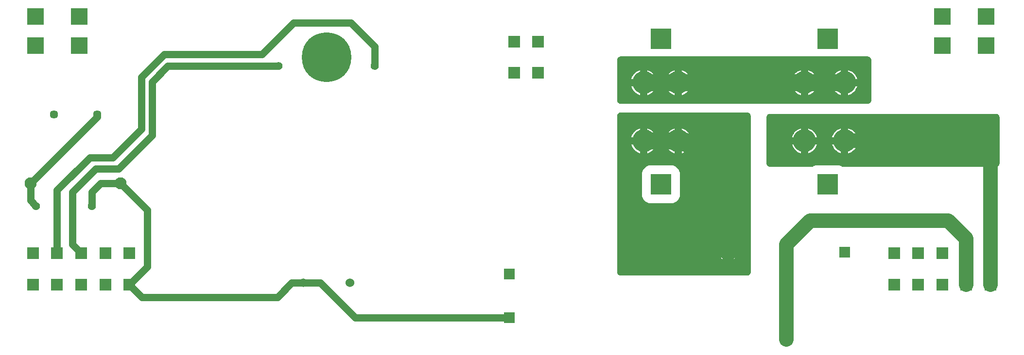
<source format=gbl>
G04 EAGLE Gerber RS-274X export*
G75*
%MOMM*%
%FSLAX34Y34*%
%LPD*%
%INBottom Copper*%
%IPPOS*%
%AMOC8*
5,1,8,0,0,1.08239X$1,22.5*%
G01*
%ADD10C,1.524000*%
%ADD11C,1.397000*%
%ADD12C,8.636000*%
%ADD13R,2.100000X2.100000*%
%ADD14C,1.450000*%
%ADD15C,2.100000*%
%ADD16C,1.430000*%
%ADD17R,1.905000X1.905000*%
%ADD18R,2.857500X2.857500*%
%ADD19C,4.000000*%
%ADD20R,3.556000X3.556000*%
%ADD21C,1.270000*%
%ADD22C,3.000000*%
%ADD23C,2.540000*%

G36*
X1270003Y143651D02*
X1270003Y143651D01*
X1270006Y143651D01*
X1270353Y143671D01*
X1270711Y143691D01*
X1270714Y143691D01*
X1270717Y143691D01*
X1271057Y143750D01*
X1271414Y143810D01*
X1271416Y143811D01*
X1271419Y143811D01*
X1271764Y143911D01*
X1272098Y144007D01*
X1272101Y144009D01*
X1272104Y144009D01*
X1272428Y144144D01*
X1272756Y144280D01*
X1272759Y144282D01*
X1272761Y144283D01*
X1273073Y144455D01*
X1273380Y144625D01*
X1273382Y144627D01*
X1273385Y144628D01*
X1273682Y144839D01*
X1273961Y145038D01*
X1273963Y145039D01*
X1273965Y145041D01*
X1274233Y145281D01*
X1274492Y145512D01*
X1274494Y145515D01*
X1274496Y145516D01*
X1274734Y145784D01*
X1274966Y146044D01*
X1274968Y146046D01*
X1274970Y146048D01*
X1275168Y146329D01*
X1275378Y146625D01*
X1275380Y146628D01*
X1275381Y146630D01*
X1275544Y146926D01*
X1275722Y147249D01*
X1275723Y147252D01*
X1275725Y147254D01*
X1275856Y147572D01*
X1275994Y147907D01*
X1275995Y147910D01*
X1275996Y147913D01*
X1276091Y148242D01*
X1276191Y148592D01*
X1276192Y148595D01*
X1276192Y148598D01*
X1276252Y148951D01*
X1276310Y149294D01*
X1276310Y149297D01*
X1276311Y149300D01*
X1276349Y150000D01*
X1276349Y422300D01*
X1276349Y422303D01*
X1276349Y422306D01*
X1276329Y422653D01*
X1276309Y423011D01*
X1276309Y423014D01*
X1276309Y423017D01*
X1276250Y423357D01*
X1276190Y423714D01*
X1276189Y423716D01*
X1276189Y423719D01*
X1276089Y424064D01*
X1275993Y424398D01*
X1275991Y424401D01*
X1275991Y424404D01*
X1275856Y424728D01*
X1275720Y425056D01*
X1275718Y425059D01*
X1275717Y425061D01*
X1275545Y425373D01*
X1275375Y425680D01*
X1275373Y425682D01*
X1275372Y425685D01*
X1275161Y425982D01*
X1274963Y426261D01*
X1274961Y426263D01*
X1274959Y426265D01*
X1274719Y426533D01*
X1274488Y426792D01*
X1274485Y426794D01*
X1274484Y426796D01*
X1274216Y427034D01*
X1273956Y427266D01*
X1273954Y427268D01*
X1273952Y427270D01*
X1273671Y427468D01*
X1273375Y427678D01*
X1273372Y427680D01*
X1273370Y427681D01*
X1273074Y427844D01*
X1272751Y428022D01*
X1272748Y428023D01*
X1272746Y428025D01*
X1272428Y428156D01*
X1272093Y428294D01*
X1272090Y428295D01*
X1272087Y428296D01*
X1271758Y428391D01*
X1271408Y428491D01*
X1271405Y428492D01*
X1271403Y428492D01*
X1271049Y428552D01*
X1270706Y428610D01*
X1270703Y428610D01*
X1270700Y428611D01*
X1270000Y428649D01*
X1050000Y428649D01*
X1049997Y428649D01*
X1049994Y428649D01*
X1049647Y428629D01*
X1049289Y428609D01*
X1049286Y428609D01*
X1049283Y428609D01*
X1048943Y428550D01*
X1048586Y428490D01*
X1048584Y428489D01*
X1048581Y428489D01*
X1048236Y428389D01*
X1047902Y428293D01*
X1047899Y428291D01*
X1047896Y428291D01*
X1047572Y428156D01*
X1047244Y428020D01*
X1047241Y428018D01*
X1047239Y428017D01*
X1046927Y427845D01*
X1046620Y427675D01*
X1046618Y427673D01*
X1046615Y427672D01*
X1046318Y427461D01*
X1046039Y427263D01*
X1046037Y427261D01*
X1046035Y427259D01*
X1045767Y427019D01*
X1045508Y426788D01*
X1045507Y426785D01*
X1045504Y426784D01*
X1045266Y426516D01*
X1045034Y426256D01*
X1045032Y426254D01*
X1045030Y426252D01*
X1044832Y425971D01*
X1044622Y425675D01*
X1044621Y425672D01*
X1044619Y425670D01*
X1044456Y425374D01*
X1044278Y425051D01*
X1044277Y425048D01*
X1044275Y425046D01*
X1044144Y424728D01*
X1044006Y424393D01*
X1044005Y424390D01*
X1044004Y424387D01*
X1043910Y424058D01*
X1043809Y423708D01*
X1043808Y423705D01*
X1043808Y423703D01*
X1043748Y423349D01*
X1043690Y423006D01*
X1043690Y423003D01*
X1043689Y423000D01*
X1043651Y422300D01*
X1043651Y150000D01*
X1043651Y149997D01*
X1043651Y149994D01*
X1043671Y149647D01*
X1043691Y149289D01*
X1043691Y149286D01*
X1043691Y149283D01*
X1043750Y148943D01*
X1043810Y148586D01*
X1043811Y148584D01*
X1043811Y148581D01*
X1043911Y148236D01*
X1044007Y147902D01*
X1044009Y147899D01*
X1044009Y147896D01*
X1044144Y147572D01*
X1044280Y147244D01*
X1044282Y147241D01*
X1044283Y147239D01*
X1044455Y146927D01*
X1044625Y146620D01*
X1044627Y146618D01*
X1044628Y146615D01*
X1044839Y146318D01*
X1045038Y146039D01*
X1045039Y146037D01*
X1045041Y146035D01*
X1045281Y145767D01*
X1045512Y145508D01*
X1045515Y145507D01*
X1045516Y145504D01*
X1045784Y145266D01*
X1046044Y145034D01*
X1046046Y145032D01*
X1046048Y145030D01*
X1046329Y144832D01*
X1046625Y144622D01*
X1046628Y144621D01*
X1046630Y144619D01*
X1046926Y144456D01*
X1047249Y144278D01*
X1047252Y144277D01*
X1047254Y144275D01*
X1047572Y144144D01*
X1047907Y144006D01*
X1047910Y144005D01*
X1047913Y144004D01*
X1048242Y143910D01*
X1048592Y143809D01*
X1048595Y143808D01*
X1048598Y143808D01*
X1048951Y143748D01*
X1049294Y143690D01*
X1049297Y143690D01*
X1049300Y143689D01*
X1050000Y143651D01*
X1270000Y143651D01*
X1270003Y143651D01*
G37*
G36*
X1383014Y333661D02*
X1383014Y333661D01*
X1383197Y333661D01*
X1383369Y333681D01*
X1383542Y333691D01*
X1383723Y333721D01*
X1383905Y333742D01*
X1384074Y333781D01*
X1384245Y333810D01*
X1384421Y333861D01*
X1384599Y333902D01*
X1384765Y333960D01*
X1384929Y334007D01*
X1385091Y334074D01*
X1385261Y334134D01*
X1389236Y335781D01*
X1430764Y335781D01*
X1434739Y334134D01*
X1434912Y334074D01*
X1435082Y334004D01*
X1435248Y333956D01*
X1435412Y333899D01*
X1435591Y333858D01*
X1435766Y333808D01*
X1435937Y333779D01*
X1436106Y333740D01*
X1436288Y333720D01*
X1436469Y333689D01*
X1436645Y333680D01*
X1436814Y333661D01*
X1436989Y333661D01*
X1437169Y333651D01*
X1703490Y333651D01*
X1703493Y333651D01*
X1703496Y333651D01*
X1703843Y333671D01*
X1704201Y333691D01*
X1704204Y333691D01*
X1704207Y333691D01*
X1704547Y333750D01*
X1704904Y333810D01*
X1704906Y333811D01*
X1704909Y333811D01*
X1705254Y333911D01*
X1705588Y334007D01*
X1705591Y334009D01*
X1705594Y334009D01*
X1705918Y334144D01*
X1706246Y334280D01*
X1706249Y334282D01*
X1706251Y334283D01*
X1706563Y334455D01*
X1706870Y334625D01*
X1706872Y334627D01*
X1706875Y334628D01*
X1707172Y334839D01*
X1707451Y335038D01*
X1707453Y335039D01*
X1707455Y335041D01*
X1707723Y335281D01*
X1707982Y335512D01*
X1707984Y335515D01*
X1707986Y335516D01*
X1708214Y335773D01*
X1708456Y336044D01*
X1708458Y336046D01*
X1708460Y336048D01*
X1708652Y336321D01*
X1708868Y336625D01*
X1708870Y336628D01*
X1708871Y336630D01*
X1709034Y336926D01*
X1709212Y337249D01*
X1709213Y337252D01*
X1709215Y337254D01*
X1709343Y337565D01*
X1709484Y337907D01*
X1709485Y337910D01*
X1709486Y337913D01*
X1709579Y338237D01*
X1709681Y338592D01*
X1709682Y338595D01*
X1709682Y338598D01*
X1709739Y338932D01*
X1709800Y339294D01*
X1709800Y339297D01*
X1709801Y339300D01*
X1709839Y340000D01*
X1709839Y420000D01*
X1709839Y420003D01*
X1709839Y420006D01*
X1709819Y420353D01*
X1709799Y420711D01*
X1709799Y420714D01*
X1709799Y420717D01*
X1709740Y421057D01*
X1709680Y421414D01*
X1709679Y421416D01*
X1709679Y421419D01*
X1709579Y421764D01*
X1709483Y422098D01*
X1709481Y422101D01*
X1709481Y422104D01*
X1709346Y422428D01*
X1709210Y422756D01*
X1709208Y422759D01*
X1709207Y422761D01*
X1709035Y423073D01*
X1708865Y423380D01*
X1708863Y423382D01*
X1708862Y423385D01*
X1708651Y423682D01*
X1708453Y423961D01*
X1708451Y423963D01*
X1708449Y423965D01*
X1708209Y424233D01*
X1707978Y424492D01*
X1707975Y424494D01*
X1707974Y424496D01*
X1707706Y424734D01*
X1707446Y424966D01*
X1707444Y424968D01*
X1707442Y424970D01*
X1707161Y425168D01*
X1706865Y425378D01*
X1706862Y425380D01*
X1706860Y425381D01*
X1706564Y425544D01*
X1706241Y425722D01*
X1706238Y425723D01*
X1706236Y425725D01*
X1705918Y425856D01*
X1705583Y425994D01*
X1705580Y425995D01*
X1705577Y425996D01*
X1705248Y426091D01*
X1704898Y426191D01*
X1704895Y426192D01*
X1704893Y426192D01*
X1704539Y426252D01*
X1704196Y426310D01*
X1704193Y426310D01*
X1704190Y426311D01*
X1703490Y426349D01*
X1310000Y426349D01*
X1309997Y426349D01*
X1309994Y426349D01*
X1309647Y426329D01*
X1309289Y426309D01*
X1309286Y426309D01*
X1309283Y426309D01*
X1308943Y426250D01*
X1308586Y426190D01*
X1308584Y426189D01*
X1308581Y426189D01*
X1308236Y426089D01*
X1307902Y425993D01*
X1307899Y425991D01*
X1307896Y425991D01*
X1307572Y425856D01*
X1307244Y425720D01*
X1307241Y425718D01*
X1307239Y425717D01*
X1306927Y425545D01*
X1306620Y425375D01*
X1306618Y425373D01*
X1306615Y425372D01*
X1306318Y425161D01*
X1306039Y424963D01*
X1306037Y424961D01*
X1306035Y424959D01*
X1305767Y424719D01*
X1305508Y424488D01*
X1305507Y424485D01*
X1305504Y424484D01*
X1305266Y424216D01*
X1305034Y423956D01*
X1305032Y423954D01*
X1305030Y423952D01*
X1304832Y423671D01*
X1304622Y423375D01*
X1304621Y423372D01*
X1304619Y423370D01*
X1304456Y423074D01*
X1304278Y422751D01*
X1304277Y422748D01*
X1304275Y422746D01*
X1304144Y422428D01*
X1304006Y422093D01*
X1304005Y422090D01*
X1304004Y422087D01*
X1303910Y421758D01*
X1303809Y421408D01*
X1303808Y421405D01*
X1303808Y421403D01*
X1303748Y421049D01*
X1303690Y420706D01*
X1303690Y420703D01*
X1303689Y420700D01*
X1303651Y420000D01*
X1303651Y340000D01*
X1303651Y339997D01*
X1303651Y339994D01*
X1303671Y339640D01*
X1303691Y339289D01*
X1303691Y339286D01*
X1303691Y339283D01*
X1303751Y338932D01*
X1303810Y338586D01*
X1303811Y338584D01*
X1303811Y338581D01*
X1303911Y338236D01*
X1304007Y337902D01*
X1304009Y337899D01*
X1304009Y337896D01*
X1304147Y337565D01*
X1304280Y337244D01*
X1304282Y337241D01*
X1304283Y337239D01*
X1304455Y336927D01*
X1304625Y336620D01*
X1304627Y336618D01*
X1304628Y336615D01*
X1304839Y336318D01*
X1305038Y336039D01*
X1305039Y336037D01*
X1305041Y336035D01*
X1305284Y335764D01*
X1305512Y335508D01*
X1305515Y335507D01*
X1305516Y335504D01*
X1305790Y335261D01*
X1306044Y335034D01*
X1306046Y335032D01*
X1306048Y335030D01*
X1306329Y334832D01*
X1306625Y334622D01*
X1306628Y334621D01*
X1306630Y334619D01*
X1306926Y334456D01*
X1307249Y334278D01*
X1307252Y334277D01*
X1307254Y334275D01*
X1307572Y334144D01*
X1307907Y334006D01*
X1307910Y334005D01*
X1307913Y334004D01*
X1308242Y333910D01*
X1308592Y333809D01*
X1308595Y333808D01*
X1308598Y333808D01*
X1308951Y333748D01*
X1309294Y333690D01*
X1309297Y333690D01*
X1309300Y333689D01*
X1310000Y333651D01*
X1382831Y333651D01*
X1383014Y333661D01*
G37*
G36*
X1480003Y443651D02*
X1480003Y443651D01*
X1480006Y443651D01*
X1480353Y443671D01*
X1480711Y443691D01*
X1480714Y443691D01*
X1480717Y443691D01*
X1481057Y443750D01*
X1481414Y443810D01*
X1481416Y443811D01*
X1481419Y443811D01*
X1481764Y443911D01*
X1482098Y444007D01*
X1482101Y444009D01*
X1482104Y444009D01*
X1482428Y444144D01*
X1482756Y444280D01*
X1482759Y444282D01*
X1482761Y444283D01*
X1483073Y444455D01*
X1483380Y444625D01*
X1483382Y444627D01*
X1483385Y444628D01*
X1483682Y444839D01*
X1483961Y445038D01*
X1483963Y445039D01*
X1483965Y445041D01*
X1484233Y445281D01*
X1484492Y445512D01*
X1484494Y445515D01*
X1484496Y445516D01*
X1484734Y445784D01*
X1484966Y446044D01*
X1484968Y446046D01*
X1484970Y446048D01*
X1485168Y446329D01*
X1485378Y446625D01*
X1485380Y446628D01*
X1485381Y446630D01*
X1485544Y446926D01*
X1485722Y447249D01*
X1485723Y447252D01*
X1485725Y447254D01*
X1485856Y447572D01*
X1485994Y447907D01*
X1485995Y447910D01*
X1485996Y447913D01*
X1486091Y448242D01*
X1486191Y448592D01*
X1486192Y448595D01*
X1486192Y448598D01*
X1486252Y448951D01*
X1486310Y449294D01*
X1486310Y449297D01*
X1486311Y449300D01*
X1486349Y450000D01*
X1486349Y520000D01*
X1486349Y520003D01*
X1486349Y520006D01*
X1486329Y520353D01*
X1486309Y520711D01*
X1486309Y520714D01*
X1486309Y520717D01*
X1486250Y521057D01*
X1486190Y521414D01*
X1486189Y521416D01*
X1486189Y521419D01*
X1486089Y521764D01*
X1485993Y522098D01*
X1485991Y522101D01*
X1485991Y522104D01*
X1485856Y522428D01*
X1485720Y522756D01*
X1485718Y522759D01*
X1485717Y522761D01*
X1485545Y523073D01*
X1485375Y523380D01*
X1485373Y523382D01*
X1485372Y523385D01*
X1485161Y523682D01*
X1484963Y523961D01*
X1484961Y523963D01*
X1484959Y523965D01*
X1484719Y524233D01*
X1484488Y524492D01*
X1484485Y524494D01*
X1484484Y524496D01*
X1484216Y524734D01*
X1483956Y524966D01*
X1483954Y524968D01*
X1483952Y524970D01*
X1483671Y525168D01*
X1483375Y525378D01*
X1483372Y525380D01*
X1483370Y525381D01*
X1483074Y525544D01*
X1482751Y525722D01*
X1482748Y525723D01*
X1482746Y525725D01*
X1482428Y525856D01*
X1482093Y525994D01*
X1482090Y525995D01*
X1482087Y525996D01*
X1481758Y526091D01*
X1481408Y526191D01*
X1481405Y526192D01*
X1481403Y526192D01*
X1481049Y526252D01*
X1480706Y526310D01*
X1480703Y526310D01*
X1480700Y526311D01*
X1480000Y526349D01*
X1050000Y526349D01*
X1049997Y526349D01*
X1049994Y526349D01*
X1049647Y526329D01*
X1049289Y526309D01*
X1049286Y526309D01*
X1049283Y526309D01*
X1048943Y526250D01*
X1048586Y526190D01*
X1048584Y526189D01*
X1048581Y526189D01*
X1048236Y526089D01*
X1047902Y525993D01*
X1047899Y525991D01*
X1047896Y525991D01*
X1047572Y525856D01*
X1047244Y525720D01*
X1047241Y525718D01*
X1047239Y525717D01*
X1046927Y525545D01*
X1046620Y525375D01*
X1046618Y525373D01*
X1046615Y525372D01*
X1046318Y525161D01*
X1046039Y524963D01*
X1046037Y524961D01*
X1046035Y524959D01*
X1045767Y524719D01*
X1045508Y524488D01*
X1045507Y524485D01*
X1045504Y524484D01*
X1045266Y524216D01*
X1045034Y523956D01*
X1045032Y523954D01*
X1045030Y523952D01*
X1044832Y523671D01*
X1044622Y523375D01*
X1044621Y523372D01*
X1044619Y523370D01*
X1044456Y523074D01*
X1044278Y522751D01*
X1044277Y522748D01*
X1044275Y522746D01*
X1044144Y522428D01*
X1044006Y522093D01*
X1044005Y522090D01*
X1044004Y522087D01*
X1043910Y521758D01*
X1043809Y521408D01*
X1043808Y521405D01*
X1043808Y521403D01*
X1043748Y521049D01*
X1043690Y520706D01*
X1043690Y520703D01*
X1043689Y520700D01*
X1043651Y520000D01*
X1043651Y450000D01*
X1043651Y449997D01*
X1043651Y449994D01*
X1043672Y449621D01*
X1043691Y449289D01*
X1043691Y449286D01*
X1043691Y449283D01*
X1043750Y448943D01*
X1043810Y448586D01*
X1043811Y448584D01*
X1043811Y448581D01*
X1043911Y448236D01*
X1044007Y447902D01*
X1044009Y447899D01*
X1044009Y447896D01*
X1044144Y447572D01*
X1044280Y447244D01*
X1044282Y447241D01*
X1044283Y447239D01*
X1044455Y446927D01*
X1044625Y446620D01*
X1044627Y446618D01*
X1044628Y446615D01*
X1044839Y446318D01*
X1045038Y446039D01*
X1045039Y446037D01*
X1045041Y446035D01*
X1045281Y445767D01*
X1045512Y445508D01*
X1045515Y445507D01*
X1045516Y445504D01*
X1045784Y445266D01*
X1046044Y445034D01*
X1046046Y445032D01*
X1046048Y445030D01*
X1046329Y444832D01*
X1046625Y444622D01*
X1046628Y444621D01*
X1046630Y444619D01*
X1046926Y444456D01*
X1047249Y444278D01*
X1047252Y444277D01*
X1047254Y444275D01*
X1047572Y444144D01*
X1047907Y444006D01*
X1047910Y444005D01*
X1047913Y444004D01*
X1048242Y443910D01*
X1048592Y443809D01*
X1048595Y443808D01*
X1048598Y443808D01*
X1048951Y443748D01*
X1049294Y443690D01*
X1049297Y443690D01*
X1049300Y443689D01*
X1050000Y443651D01*
X1480000Y443651D01*
X1480003Y443651D01*
G37*
%LPC*%
G36*
X1099236Y270219D02*
X1099236Y270219D01*
X1093723Y272503D01*
X1089503Y276723D01*
X1087219Y282236D01*
X1087219Y323764D01*
X1089503Y329277D01*
X1093723Y333497D01*
X1099236Y335781D01*
X1140764Y335781D01*
X1146277Y333497D01*
X1150497Y329277D01*
X1152781Y323764D01*
X1152781Y282236D01*
X1150497Y276723D01*
X1146277Y272503D01*
X1140764Y270219D01*
X1099236Y270219D01*
G37*
%LPD*%
%LPC*%
G36*
X1446349Y385549D02*
X1446349Y385549D01*
X1446349Y400859D01*
X1448639Y400058D01*
X1450921Y398959D01*
X1453064Y397612D01*
X1455044Y396034D01*
X1456834Y394244D01*
X1458412Y392264D01*
X1459759Y390121D01*
X1460858Y387839D01*
X1461659Y385549D01*
X1446349Y385549D01*
G37*
%LPD*%
%LPC*%
G36*
X1446349Y487149D02*
X1446349Y487149D01*
X1446349Y502459D01*
X1448639Y501658D01*
X1450921Y500559D01*
X1453064Y499212D01*
X1455044Y497634D01*
X1456834Y495844D01*
X1458412Y493864D01*
X1459759Y491721D01*
X1460858Y489439D01*
X1461659Y487149D01*
X1446349Y487149D01*
G37*
%LPD*%
%LPC*%
G36*
X1376349Y385549D02*
X1376349Y385549D01*
X1376349Y400859D01*
X1378639Y400058D01*
X1380921Y398959D01*
X1383064Y397612D01*
X1385044Y396034D01*
X1386834Y394244D01*
X1388412Y392264D01*
X1389759Y390121D01*
X1390858Y387839D01*
X1391659Y385549D01*
X1376349Y385549D01*
G37*
%LPD*%
%LPC*%
G36*
X1156349Y385549D02*
X1156349Y385549D01*
X1156349Y400859D01*
X1158639Y400058D01*
X1160921Y398959D01*
X1163064Y397612D01*
X1165044Y396034D01*
X1166834Y394244D01*
X1168412Y392264D01*
X1169759Y390121D01*
X1170858Y387839D01*
X1171659Y385549D01*
X1156349Y385549D01*
G37*
%LPD*%
%LPC*%
G36*
X1376349Y487149D02*
X1376349Y487149D01*
X1376349Y502459D01*
X1378639Y501658D01*
X1380921Y500559D01*
X1383064Y499212D01*
X1385044Y497634D01*
X1386834Y495844D01*
X1388412Y493864D01*
X1389759Y491721D01*
X1390858Y489439D01*
X1391659Y487149D01*
X1376349Y487149D01*
G37*
%LPD*%
%LPC*%
G36*
X1096349Y385549D02*
X1096349Y385549D01*
X1096349Y400859D01*
X1098639Y400058D01*
X1100921Y398959D01*
X1103064Y397612D01*
X1105044Y396034D01*
X1106834Y394244D01*
X1108412Y392264D01*
X1109759Y390121D01*
X1110858Y387839D01*
X1111659Y385549D01*
X1096349Y385549D01*
G37*
%LPD*%
%LPC*%
G36*
X1156349Y487149D02*
X1156349Y487149D01*
X1156349Y502459D01*
X1158639Y501658D01*
X1160921Y500559D01*
X1163064Y499212D01*
X1165044Y497634D01*
X1166834Y495844D01*
X1168412Y493864D01*
X1169759Y491721D01*
X1170858Y489439D01*
X1171659Y487149D01*
X1156349Y487149D01*
G37*
%LPD*%
%LPC*%
G36*
X1096349Y487149D02*
X1096349Y487149D01*
X1096349Y502459D01*
X1098639Y501658D01*
X1100921Y500559D01*
X1103064Y499212D01*
X1105044Y497634D01*
X1106834Y495844D01*
X1108412Y493864D01*
X1109759Y491721D01*
X1110858Y489439D01*
X1111659Y487149D01*
X1096349Y487149D01*
G37*
%LPD*%
%LPC*%
G36*
X1128341Y487149D02*
X1128341Y487149D01*
X1129142Y489439D01*
X1130228Y491693D01*
X1130228Y491694D01*
X1130241Y491721D01*
X1131588Y493864D01*
X1133166Y495844D01*
X1134956Y497634D01*
X1136936Y499212D01*
X1139079Y500559D01*
X1140874Y501423D01*
X1140874Y501424D01*
X1141361Y501658D01*
X1143651Y502459D01*
X1143651Y487149D01*
X1128341Y487149D01*
G37*
%LPD*%
%LPC*%
G36*
X1348341Y487149D02*
X1348341Y487149D01*
X1349142Y489439D01*
X1350228Y491693D01*
X1350228Y491694D01*
X1350241Y491721D01*
X1351588Y493864D01*
X1353166Y495844D01*
X1354956Y497634D01*
X1356936Y499212D01*
X1359079Y500559D01*
X1360874Y501423D01*
X1360874Y501424D01*
X1361361Y501658D01*
X1363651Y502459D01*
X1363651Y487149D01*
X1348341Y487149D01*
G37*
%LPD*%
%LPC*%
G36*
X1068341Y487149D02*
X1068341Y487149D01*
X1069142Y489439D01*
X1070228Y491693D01*
X1070228Y491694D01*
X1070241Y491721D01*
X1071588Y493864D01*
X1073166Y495844D01*
X1074956Y497634D01*
X1076936Y499212D01*
X1079079Y500559D01*
X1080874Y501423D01*
X1080874Y501424D01*
X1081361Y501658D01*
X1083651Y502459D01*
X1083651Y487149D01*
X1068341Y487149D01*
G37*
%LPD*%
%LPC*%
G36*
X1418341Y487149D02*
X1418341Y487149D01*
X1419142Y489439D01*
X1420228Y491693D01*
X1420228Y491694D01*
X1420241Y491721D01*
X1421588Y493864D01*
X1423166Y495844D01*
X1424956Y497634D01*
X1426936Y499212D01*
X1429079Y500559D01*
X1430874Y501423D01*
X1430874Y501424D01*
X1431361Y501658D01*
X1433651Y502459D01*
X1433651Y487149D01*
X1418341Y487149D01*
G37*
%LPD*%
%LPC*%
G36*
X1128341Y385549D02*
X1128341Y385549D01*
X1129142Y387839D01*
X1129470Y388520D01*
X1129470Y388521D01*
X1130241Y390121D01*
X1131588Y392264D01*
X1133166Y394244D01*
X1134956Y396034D01*
X1136936Y397612D01*
X1139079Y398959D01*
X1141361Y400058D01*
X1143651Y400859D01*
X1143651Y385549D01*
X1128341Y385549D01*
G37*
%LPD*%
%LPC*%
G36*
X1068341Y385549D02*
X1068341Y385549D01*
X1069142Y387839D01*
X1069470Y388520D01*
X1069470Y388521D01*
X1070241Y390121D01*
X1071588Y392264D01*
X1073166Y394244D01*
X1074956Y396034D01*
X1076936Y397612D01*
X1079079Y398959D01*
X1081361Y400058D01*
X1083651Y400859D01*
X1083651Y385549D01*
X1068341Y385549D01*
G37*
%LPD*%
%LPC*%
G36*
X1156349Y372851D02*
X1156349Y372851D01*
X1171659Y372851D01*
X1170858Y370561D01*
X1169759Y368279D01*
X1168412Y366136D01*
X1166834Y364156D01*
X1165044Y362366D01*
X1163064Y360788D01*
X1160921Y359441D01*
X1159789Y358896D01*
X1158639Y358342D01*
X1156349Y357541D01*
X1156349Y372851D01*
G37*
%LPD*%
%LPC*%
G36*
X1096349Y372851D02*
X1096349Y372851D01*
X1111659Y372851D01*
X1110858Y370561D01*
X1109759Y368279D01*
X1108412Y366136D01*
X1106834Y364156D01*
X1105044Y362366D01*
X1103064Y360788D01*
X1100921Y359441D01*
X1099789Y358896D01*
X1098639Y358342D01*
X1096349Y357541D01*
X1096349Y372851D01*
G37*
%LPD*%
%LPC*%
G36*
X1446349Y474451D02*
X1446349Y474451D01*
X1461659Y474451D01*
X1460858Y472161D01*
X1459759Y469879D01*
X1458412Y467736D01*
X1456834Y465756D01*
X1455044Y463966D01*
X1453064Y462388D01*
X1450921Y461041D01*
X1448639Y459942D01*
X1446349Y459141D01*
X1446349Y474451D01*
G37*
%LPD*%
%LPC*%
G36*
X1376349Y474451D02*
X1376349Y474451D01*
X1391659Y474451D01*
X1390858Y472161D01*
X1389759Y469879D01*
X1388412Y467736D01*
X1386834Y465756D01*
X1385044Y463966D01*
X1383064Y462388D01*
X1380921Y461041D01*
X1378639Y459942D01*
X1376349Y459141D01*
X1376349Y474451D01*
G37*
%LPD*%
%LPC*%
G36*
X1156349Y474451D02*
X1156349Y474451D01*
X1171659Y474451D01*
X1170858Y472161D01*
X1169759Y469879D01*
X1168412Y467736D01*
X1166834Y465756D01*
X1165044Y463966D01*
X1163064Y462388D01*
X1160921Y461041D01*
X1158639Y459942D01*
X1156349Y459141D01*
X1156349Y474451D01*
G37*
%LPD*%
%LPC*%
G36*
X1096349Y474451D02*
X1096349Y474451D01*
X1111659Y474451D01*
X1110858Y472161D01*
X1109759Y469879D01*
X1108412Y467736D01*
X1106834Y465756D01*
X1105044Y463966D01*
X1103064Y462388D01*
X1100921Y461041D01*
X1098639Y459942D01*
X1096349Y459141D01*
X1096349Y474451D01*
G37*
%LPD*%
%LPC*%
G36*
X1418341Y385549D02*
X1418341Y385549D01*
X1419142Y387839D01*
X1420241Y390121D01*
X1421588Y392264D01*
X1423166Y394244D01*
X1424956Y396034D01*
X1426936Y397612D01*
X1427740Y398117D01*
X1427740Y398118D01*
X1429079Y398959D01*
X1431361Y400058D01*
X1433651Y400859D01*
X1433651Y385549D01*
X1418341Y385549D01*
G37*
%LPD*%
%LPC*%
G36*
X1348341Y385549D02*
X1348341Y385549D01*
X1349142Y387839D01*
X1350241Y390121D01*
X1351588Y392264D01*
X1353166Y394244D01*
X1354956Y396034D01*
X1356936Y397612D01*
X1357740Y398117D01*
X1357740Y398118D01*
X1359079Y398959D01*
X1361361Y400058D01*
X1363651Y400859D01*
X1363651Y385549D01*
X1348341Y385549D01*
G37*
%LPD*%
%LPC*%
G36*
X1446349Y372851D02*
X1446349Y372851D01*
X1461659Y372851D01*
X1460858Y370561D01*
X1459759Y368279D01*
X1458412Y366136D01*
X1456834Y364156D01*
X1455044Y362366D01*
X1453064Y360788D01*
X1450921Y359441D01*
X1448798Y358418D01*
X1448797Y358418D01*
X1448639Y358342D01*
X1446349Y357541D01*
X1446349Y372851D01*
G37*
%LPD*%
%LPC*%
G36*
X1376349Y372851D02*
X1376349Y372851D01*
X1391659Y372851D01*
X1390858Y370561D01*
X1389759Y368279D01*
X1388412Y366136D01*
X1386834Y364156D01*
X1385044Y362366D01*
X1383064Y360788D01*
X1380921Y359441D01*
X1378798Y358418D01*
X1378797Y358418D01*
X1378639Y358342D01*
X1376349Y357541D01*
X1376349Y372851D01*
G37*
%LPD*%
%LPC*%
G36*
X1431361Y459942D02*
X1431361Y459942D01*
X1429079Y461041D01*
X1426936Y462388D01*
X1424956Y463966D01*
X1423166Y465756D01*
X1421588Y467736D01*
X1420241Y469879D01*
X1419142Y472161D01*
X1418341Y474451D01*
X1433651Y474451D01*
X1433651Y459141D01*
X1431361Y459942D01*
G37*
%LPD*%
%LPC*%
G36*
X1361361Y459942D02*
X1361361Y459942D01*
X1359079Y461041D01*
X1356936Y462388D01*
X1354956Y463966D01*
X1353166Y465756D01*
X1351588Y467736D01*
X1350241Y469879D01*
X1349142Y472161D01*
X1348341Y474451D01*
X1363651Y474451D01*
X1363651Y459141D01*
X1361361Y459942D01*
G37*
%LPD*%
%LPC*%
G36*
X1141361Y459942D02*
X1141361Y459942D01*
X1139079Y461041D01*
X1136936Y462388D01*
X1134956Y463966D01*
X1133166Y465756D01*
X1131588Y467736D01*
X1130241Y469879D01*
X1129142Y472161D01*
X1128341Y474451D01*
X1143651Y474451D01*
X1143651Y459141D01*
X1141361Y459942D01*
G37*
%LPD*%
%LPC*%
G36*
X1431361Y358342D02*
X1431361Y358342D01*
X1429079Y359441D01*
X1426936Y360788D01*
X1424956Y362366D01*
X1423166Y364156D01*
X1421588Y366136D01*
X1420241Y368279D01*
X1419142Y370561D01*
X1418341Y372851D01*
X1433651Y372851D01*
X1433651Y357541D01*
X1431361Y358342D01*
G37*
%LPD*%
%LPC*%
G36*
X1361361Y358342D02*
X1361361Y358342D01*
X1359079Y359441D01*
X1356936Y360788D01*
X1354956Y362366D01*
X1353166Y364156D01*
X1351588Y366136D01*
X1350241Y368279D01*
X1349142Y370561D01*
X1348341Y372851D01*
X1363651Y372851D01*
X1363651Y357541D01*
X1361361Y358342D01*
G37*
%LPD*%
%LPC*%
G36*
X1141361Y358342D02*
X1141361Y358342D01*
X1139079Y359441D01*
X1136936Y360788D01*
X1134956Y362366D01*
X1133166Y364156D01*
X1131588Y366136D01*
X1130241Y368279D01*
X1129142Y370561D01*
X1128341Y372851D01*
X1143651Y372851D01*
X1143651Y357541D01*
X1141361Y358342D01*
G37*
%LPD*%
%LPC*%
G36*
X1081361Y358342D02*
X1081361Y358342D01*
X1079079Y359441D01*
X1076936Y360788D01*
X1074956Y362366D01*
X1073166Y364156D01*
X1071588Y366136D01*
X1070241Y368279D01*
X1069142Y370561D01*
X1068341Y372851D01*
X1083651Y372851D01*
X1083651Y357541D01*
X1081361Y358342D01*
G37*
%LPD*%
%LPC*%
G36*
X1081361Y459942D02*
X1081361Y459942D01*
X1079079Y461041D01*
X1076936Y462388D01*
X1074956Y463966D01*
X1073166Y465756D01*
X1071588Y467736D01*
X1070241Y469879D01*
X1069142Y472161D01*
X1068341Y474451D01*
X1083651Y474451D01*
X1083651Y459141D01*
X1081361Y459942D01*
G37*
%LPD*%
%LPC*%
G36*
X1243149Y191349D02*
X1243149Y191349D01*
X1243149Y197066D01*
X1246575Y197066D01*
X1247066Y196968D01*
X1247529Y196777D01*
X1247945Y196498D01*
X1248298Y196145D01*
X1248577Y195729D01*
X1248768Y195266D01*
X1248866Y194775D01*
X1248866Y191349D01*
X1243149Y191349D01*
G37*
%LPD*%
%LPC*%
G36*
X1224734Y191349D02*
X1224734Y191349D01*
X1224734Y194775D01*
X1224832Y195266D01*
X1225023Y195729D01*
X1225302Y196145D01*
X1225655Y196498D01*
X1226071Y196777D01*
X1226534Y196968D01*
X1227025Y197066D01*
X1230451Y197066D01*
X1230451Y191349D01*
X1224734Y191349D01*
G37*
%LPD*%
%LPC*%
G36*
X1243149Y172934D02*
X1243149Y172934D01*
X1243149Y178651D01*
X1248866Y178651D01*
X1248866Y175225D01*
X1248768Y174734D01*
X1248577Y174271D01*
X1248298Y173855D01*
X1247945Y173502D01*
X1247529Y173223D01*
X1247066Y173032D01*
X1246575Y172934D01*
X1243149Y172934D01*
G37*
%LPD*%
%LPC*%
G36*
X1227025Y172934D02*
X1227025Y172934D01*
X1226534Y173032D01*
X1226071Y173223D01*
X1225655Y173502D01*
X1225302Y173855D01*
X1225023Y174271D01*
X1224832Y174734D01*
X1224734Y175225D01*
X1224734Y178651D01*
X1230451Y178651D01*
X1230451Y172934D01*
X1227025Y172934D01*
G37*
%LPD*%
D10*
X496860Y130900D03*
X578140Y130900D03*
D11*
X453680Y509360D03*
X621320Y509360D03*
D12*
X537500Y524600D03*
D13*
X194000Y127900D03*
X152000Y127900D03*
X110000Y127900D03*
X68000Y127900D03*
X26000Y127900D03*
X68000Y182900D03*
X26000Y182900D03*
X110000Y182900D03*
X152000Y182900D03*
X194000Y182900D03*
D14*
X137500Y425000D03*
X62500Y425000D03*
D15*
X178500Y305000D03*
X21500Y305000D03*
D16*
X128800Y265000D03*
X31200Y265000D03*
D13*
X906000Y497500D03*
X864000Y497500D03*
X864000Y552500D03*
X906000Y552500D03*
D17*
X1440000Y185000D03*
X1236800Y185000D03*
X1338400Y32600D03*
X855800Y70700D03*
X855800Y146900D03*
D13*
X1694000Y127900D03*
X1652000Y127900D03*
X1610000Y127900D03*
X1568000Y127900D03*
X1526000Y127900D03*
X1568000Y182900D03*
X1526000Y182900D03*
X1610000Y182900D03*
X1652000Y182900D03*
X1694000Y182900D03*
D18*
X30000Y595800D03*
X106200Y595800D03*
X106200Y545000D03*
X30000Y545000D03*
X1610000Y595800D03*
X1686200Y595800D03*
X1686200Y545000D03*
X1610000Y545000D03*
D19*
X1440000Y379200D03*
X1440000Y480800D03*
X1090000Y480800D03*
X1090000Y379200D03*
D20*
X1120000Y557000D03*
X1120000Y303000D03*
X1410000Y303000D03*
X1410000Y557000D03*
D19*
X1370000Y379200D03*
X1370000Y480800D03*
X1150000Y480800D03*
X1150000Y379200D03*
D21*
X621320Y509360D02*
X621320Y543680D01*
X580000Y585000D01*
X480000Y585000D01*
X255000Y530000D02*
X215000Y490000D01*
X425000Y530000D02*
X480000Y585000D01*
X425000Y530000D02*
X255000Y530000D01*
X215000Y490000D02*
X215000Y400000D01*
X165000Y350000D01*
X125000Y350000D01*
X68000Y293000D01*
X68000Y182900D01*
X95000Y290000D02*
X135000Y330000D01*
X233490Y388490D02*
X233490Y481839D01*
X261011Y509360D02*
X453680Y509360D01*
X175000Y330000D02*
X135000Y330000D01*
X175000Y330000D02*
X233490Y388490D01*
X233490Y481839D02*
X261011Y509360D01*
X95000Y197900D02*
X110000Y182900D01*
X95000Y197900D02*
X95000Y290000D01*
X31200Y265300D02*
X31200Y265000D01*
X31200Y265300D02*
X21500Y275000D01*
X21500Y305000D01*
X137500Y421000D01*
X137500Y425000D01*
D22*
X1236800Y303200D02*
X1236800Y185000D01*
X1160800Y379200D02*
X1090000Y379200D01*
X1160800Y379200D02*
X1236800Y303200D01*
D21*
X855800Y70700D02*
X587060Y70700D01*
X526860Y130900D01*
X496860Y130900D01*
X476860Y130900D01*
X451860Y105900D01*
X225000Y258500D02*
X178500Y305000D01*
X143800Y305000D02*
X128800Y290000D01*
X128800Y265000D01*
X143800Y305000D02*
X178500Y305000D01*
X194000Y127900D02*
X216000Y105900D01*
X451860Y105900D01*
X225000Y158900D02*
X194000Y127900D01*
X225000Y158900D02*
X225000Y258500D01*
D23*
X1338400Y198400D02*
X1338400Y32600D01*
X1652000Y182900D02*
X1652000Y208000D01*
X1380000Y240000D02*
X1338400Y198400D01*
X1380000Y240000D02*
X1620000Y240000D01*
X1652000Y208000D01*
X1652000Y182900D02*
X1652000Y127900D01*
X1670800Y379200D02*
X1440000Y379200D01*
X1694000Y356000D02*
X1694000Y182900D01*
X1694000Y356000D02*
X1670800Y379200D01*
X1694000Y182900D02*
X1694000Y127900D01*
D22*
X1440000Y480800D02*
X1090000Y480800D01*
M02*

</source>
